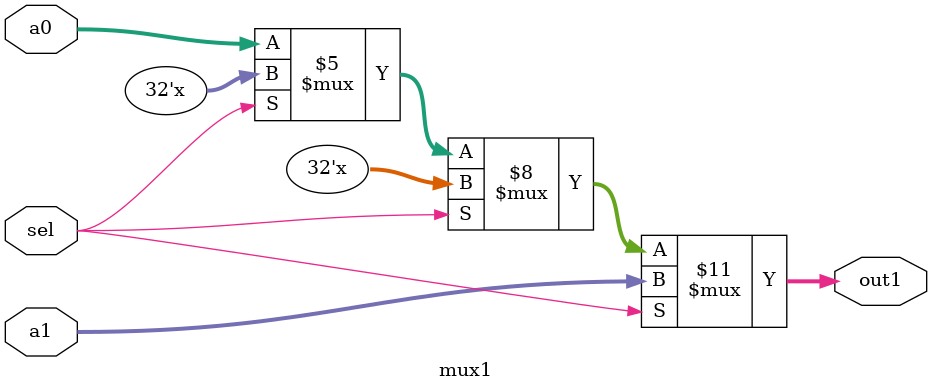
<source format=v>
`timescale 1ns / 1ps


module mux1(sel, a0, a1, out1);
input sel;
input [31:0] a0, a1;
output reg [31:0] out1;

always @ (sel or a0 or a1)
begin
if(sel==1'b1) 
   out1 = a1;
else if(sel == 1'b0)
    out1 =a0;
end
endmodule

</source>
